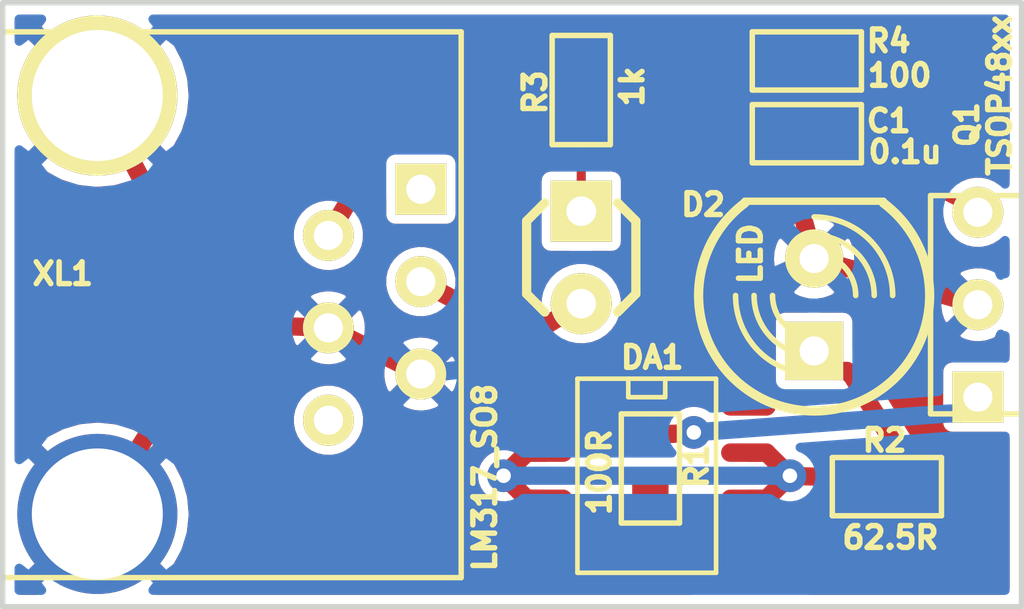
<source format=kicad_pcb>
(kicad_pcb (version 4) (host pcbnew "(after 2015-mar-04 BZR unknown)-product")

  (general
    (links 22)
    (no_connects 0)
    (area 150.55 83.55546 187.075001 100.875001)
    (thickness 1.6)
    (drawings 4)
    (tracks 97)
    (zones 0)
    (modules 10)
    (nets 8)
  )

  (page A4)
  (layers
    (0 F.Cu signal hide)
    (31 B.Cu signal hide)
    (37 F.SilkS user)
    (38 B.Mask user)
    (39 F.Mask user)
    (44 Edge.Cuts user)
  )

  (setup
    (last_trace_width 0.25)
    (trace_clearance 0.2)
    (zone_clearance 0.25)
    (zone_45_only no)
    (trace_min 0.2)
    (segment_width 0.2)
    (edge_width 0.15)
    (via_size 0.9)
    (via_drill 0.4)
    (via_min_size 0.4)
    (via_min_drill 0.3)
    (uvia_size 0.3)
    (uvia_drill 0.1)
    (uvias_allowed no)
    (uvia_min_size 0.2)
    (uvia_min_drill 0.1)
    (pcb_text_width 0.3)
    (pcb_text_size 1.5 1.5)
    (mod_edge_width 0.15)
    (mod_text_size 1 1)
    (mod_text_width 0.15)
    (pad_size 1.524 1.524)
    (pad_drill 0.762)
    (pad_to_mask_clearance 0.1)
    (aux_axis_origin 0 0)
    (visible_elements 7FFFFF7F)
    (pcbplotparams
      (layerselection 0x010e0_80000001)
      (usegerberextensions false)
      (excludeedgelayer true)
      (linewidth 0.100000)
      (plotframeref false)
      (viasonmask false)
      (mode 1)
      (useauxorigin false)
      (hpglpennumber 1)
      (hpglpenspeed 20)
      (hpglpendiameter 15)
      (hpglpenoverlay 2)
      (psnegative false)
      (psa4output false)
      (plotreference true)
      (plotvalue true)
      (plotinvisibletext false)
      (padsonsilk false)
      (subtractmaskfromsilk false)
      (outputformat 1)
      (mirror false)
      (drillshape 0)
      (scaleselection 1)
      (outputdirectory Gerber/))
  )

  (net 0 "")
  (net 1 "Net-(C1-Pad1)")
  (net 2 GND)
  (net 3 "Net-(D1-PadA)")
  (net 4 /LED_SNS)
  (net 5 "Net-(D2-PadA)")
  (net 6 "Net-(DA1-Pad2)")
  (net 7 +5V)

  (net_class Default "This is the default net class."
    (clearance 0.2)
    (trace_width 0.25)
    (via_dia 0.9)
    (via_drill 0.4)
    (uvia_dia 0.3)
    (uvia_drill 0.1)
    (add_net /LED_SNS)
    (add_net "Net-(C1-Pad1)")
    (add_net "Net-(D1-PadA)")
  )

  (net_class Wide ""
    (clearance 0.2)
    (trace_width 0.5)
    (via_dia 0.9)
    (via_drill 0.4)
    (uvia_dia 0.3)
    (uvia_drill 0.1)
    (add_net +5V)
    (add_net GND)
    (add_net "Net-(D2-PadA)")
    (add_net "Net-(DA1-Pad2)")
  )

  (module Capacitors:CAP_0603 (layer F.Cu) (tedit 553BE634) (tstamp 553BDEAA)
    (at 177.8 87.8 180)
    (path /553A0707)
    (attr smd)
    (fp_text reference C1 (at -2.25 0.35 180) (layer F.SilkS)
      (effects (font (size 0.6 0.6) (thickness 0.15)))
    )
    (fp_text value 0.1u (at -2.7 -0.5 180) (layer F.SilkS)
      (effects (font (size 0.6 0.6) (thickness 0.15)))
    )
    (fp_line (start -1.5 0) (end -1.5 -0.8) (layer F.SilkS) (width 0.15))
    (fp_line (start -1.5 -0.8) (end 1.5 -0.8) (layer F.SilkS) (width 0.15))
    (fp_line (start 1.5 -0.8) (end 1.5 0.8) (layer F.SilkS) (width 0.15))
    (fp_line (start 1.5 0.8) (end -1.5 0.8) (layer F.SilkS) (width 0.15))
    (fp_line (start -1.5 0.8) (end -1.5 0) (layer F.SilkS) (width 0.15))
    (pad 1 smd rect (at -0.762 0 180) (size 0.889 1.016) (layers F.Cu F.Mask)
      (net 1 "Net-(C1-Pad1)"))
    (pad 2 smd rect (at 0.762 0 180) (size 0.889 1.016) (layers F.Cu F.Mask)
      (net 2 GND))
    (model 3d\c_0603.wrl
      (at (xyz 0 0 0))
      (scale (xyz 1 1 1))
      (rotate (xyz 0 0 0))
    )
  )

  (module LEDs:Through-Hole-3mm (layer F.Cu) (tedit 5539F861) (tstamp 553BDEB0)
    (at 171.6 91.2 270)
    (descr "LED 3mm - Lead pitch 100mil (2,54mm)")
    (tags "LED led 3mm 3MM 100mil 2,54mm")
    (path /553A0AB3)
    (attr virtual)
    (fp_text reference D1 (at 0 -2 270) (layer F.SilkS) hide
      (effects (font (size 0.6 0.6) (thickness 0.15)))
    )
    (fp_text value LED (at 0 2.1 270) (layer F.SilkS) hide
      (effects (font (size 0.6 0.6) (thickness 0.15)))
    )
    (fp_line (start -1.00076 1.50114) (end 1.00076 1.50114) (layer F.SilkS) (width 0.254))
    (fp_line (start 1.00076 1.50114) (end 1.50114 1.00076) (layer F.SilkS) (width 0.254))
    (fp_line (start -1.50114 1.00076) (end -1.00076 1.50114) (layer F.SilkS) (width 0.254))
    (fp_line (start 1.50114 -1.00076) (end 1.00076 -1.50114) (layer F.SilkS) (width 0.254))
    (fp_line (start 1.00076 -1.50114) (end -1.00076 -1.50114) (layer F.SilkS) (width 0.254))
    (fp_line (start -1.00076 -1.50114) (end -1.50114 -1.00076) (layer F.SilkS) (width 0.254))
    (pad A thru_hole rect (at -1.27 0 270) (size 1.6764 1.6764) (drill 0.8128) (layers *.Cu *.Mask F.SilkS)
      (net 3 "Net-(D1-PadA)"))
    (pad C thru_hole circle (at 1.27 0 270) (size 1.6764 1.6764) (drill 0.8128) (layers *.Cu *.Mask F.SilkS)
      (net 4 /LED_SNS))
    (model 3d\Indicatros&Leds\led_3mm_clear.wrl
      (at (xyz 0 0 0))
      (scale (xyz 1 1 1))
      (rotate (xyz 0 0 0))
    )
  )

  (module LEDs:Through-Hole-5mm (layer F.Cu) (tedit 553BE64E) (tstamp 553BDEB6)
    (at 178 92.5 90)
    (descr "LED 5mm - Lead pitch 100mil (2,54mm)")
    (tags "LED led 5mm 5MM 100mil 2,54mm")
    (path /553A3765)
    (attr virtual)
    (fp_text reference D2 (at 2.75 -3.05 180) (layer F.SilkS)
      (effects (font (size 0.6 0.6) (thickness 0.15)))
    )
    (fp_text value LED (at 1.4 -1.75 90) (layer F.SilkS)
      (effects (font (size 0.59944 0.59944) (thickness 0.14986)))
    )
    (fp_line (start 2.8448 1.905) (end 2.8448 -1.905) (layer F.SilkS) (width 0.2032))
    (fp_arc (start 0.254 0) (end 2.794 1.905) (angle 286.2) (layer F.SilkS) (width 0.254))
    (fp_arc (start 0.254 0) (end -0.889 0) (angle 90) (layer F.SilkS) (width 0.1524))
    (fp_arc (start 0.254 0) (end 1.397 0) (angle 90) (layer F.SilkS) (width 0.1524))
    (fp_arc (start 0.254 0) (end -1.397 0) (angle 90) (layer F.SilkS) (width 0.1524))
    (fp_arc (start 0.254 0) (end 1.905 0) (angle 90) (layer F.SilkS) (width 0.1524))
    (fp_arc (start 0.254 0) (end -1.905 0) (angle 90) (layer F.SilkS) (width 0.1524))
    (fp_arc (start 0.254 0) (end 2.413 0) (angle 90) (layer F.SilkS) (width 0.1524))
    (pad A thru_hole rect (at -1.27 0 90) (size 1.6 1.6) (drill 0.8) (layers *.Cu *.Mask F.SilkS)
      (net 5 "Net-(D2-PadA)"))
    (pad C thru_hole circle (at 1.27 0 90) (size 1.6 1.6) (drill 0.8) (layers *.Cu *.Mask F.SilkS)
      (net 2 GND))
    (model discret/leds/led5_vertical_verde.wrl
      (at (xyz 0 0 0))
      (scale (xyz 1 1 1))
      (rotate (xyz 0 0 0))
    )
  )

  (module SO_DIL_TSSOP:SO8 (layer F.Cu) (tedit 553BE67C) (tstamp 553BDEC2)
    (at 173.4 97.2 270)
    (descr "module CMS SOJ 8 pins etroit")
    (tags "CMS SOJ")
    (path /545F7A39)
    (attr smd)
    (fp_text reference DA1 (at -3.25 -0.15 360) (layer F.SilkS)
      (effects (font (size 0.6 0.6) (thickness 0.15)))
    )
    (fp_text value LM317_SO8 (at 0.05 4.45 450) (layer F.SilkS)
      (effects (font (size 0.6 0.6) (thickness 0.15)))
    )
    (fp_line (start -2.667 1.778) (end -2.667 1.905) (layer F.SilkS) (width 0.127))
    (fp_line (start -2.667 1.905) (end 2.667 1.905) (layer F.SilkS) (width 0.127))
    (fp_line (start 2.667 -1.905) (end -2.667 -1.905) (layer F.SilkS) (width 0.127))
    (fp_line (start -2.667 -1.905) (end -2.667 1.778) (layer F.SilkS) (width 0.127))
    (fp_line (start -2.667 -0.508) (end -2.159 -0.508) (layer F.SilkS) (width 0.127))
    (fp_line (start -2.159 -0.508) (end -2.159 0.508) (layer F.SilkS) (width 0.127))
    (fp_line (start -2.159 0.508) (end -2.667 0.508) (layer F.SilkS) (width 0.127))
    (fp_line (start 2.667 -1.905) (end 2.667 1.905) (layer F.SilkS) (width 0.127))
    (pad 8 smd oval (at -1.905 -2.794 270) (size 0.508 1.50114) (layers F.Cu F.Mask))
    (pad 1 smd rect (at -1.905 2.794 270) (size 0.508 1.50114) (layers F.Cu F.Mask)
      (net 4 /LED_SNS))
    (pad 7 smd oval (at -0.635 -2.794 270) (size 0.508 1.50114) (layers F.Cu F.Mask)
      (net 6 "Net-(DA1-Pad2)"))
    (pad 6 smd oval (at 0.635 -2.794 270) (size 0.508 1.50114) (layers F.Cu F.Mask)
      (net 6 "Net-(DA1-Pad2)"))
    (pad 5 smd oval (at 1.905 -2.794 270) (size 0.508 1.50114) (layers F.Cu F.Mask))
    (pad 2 smd oval (at -0.635 2.794 270) (size 0.508 1.50114) (layers F.Cu F.Mask)
      (net 6 "Net-(DA1-Pad2)"))
    (pad 3 smd oval (at 0.635 2.794 270) (size 0.508 1.50114) (layers F.Cu F.Mask)
      (net 6 "Net-(DA1-Pad2)"))
    (pad 4 smd oval (at 1.905 2.794 270) (size 0.508 1.50114) (layers F.Cu F.Mask)
      (net 5 "Net-(D2-PadA)"))
    (model smd/cms_so8.wrl
      (at (xyz 0 0 0))
      (scale (xyz 0.5 0.32 0.5))
      (rotate (xyz 0 0 0))
    )
  )

  (module Resistors:RES_0603 (layer F.Cu) (tedit 551BC51A) (tstamp 553BDED8)
    (at 173.5 97 270)
    (path /545F7C8F)
    (attr smd)
    (fp_text reference R1 (at -0.0635 -1.27 270) (layer F.SilkS)
      (effects (font (size 0.6 0.6) (thickness 0.15)))
    )
    (fp_text value 100R (at 0.09906 1.39954 270) (layer F.SilkS)
      (effects (font (size 0.6 0.6) (thickness 0.15)))
    )
    (fp_line (start -1.5 0) (end -1.5 -0.8) (layer F.SilkS) (width 0.15))
    (fp_line (start -1.5 -0.8) (end 1.5 -0.8) (layer F.SilkS) (width 0.15))
    (fp_line (start 1.5 -0.8) (end 1.5 0.8) (layer F.SilkS) (width 0.15))
    (fp_line (start 1.5 0.8) (end -1.5 0.8) (layer F.SilkS) (width 0.15))
    (fp_line (start -1.5 0.8) (end -1.5 0) (layer F.SilkS) (width 0.15))
    (pad 1 smd rect (at -0.75 0 270) (size 0.9 1) (layers F.Cu F.Mask)
      (net 4 /LED_SNS))
    (pad 2 smd rect (at 0.75 0 270) (size 0.9 1) (layers F.Cu F.Mask)
      (net 5 "Net-(D2-PadA)"))
    (model 3d\r_0603.wrl
      (at (xyz 0 0 0))
      (scale (xyz 1 1 1))
      (rotate (xyz 0 0 0))
    )
  )

  (module Resistors:RES_0603 (layer F.Cu) (tedit 551BC51A) (tstamp 553BDEDE)
    (at 180 97.5)
    (path /545F7B44)
    (attr smd)
    (fp_text reference R2 (at -0.0635 -1.27) (layer F.SilkS)
      (effects (font (size 0.6 0.6) (thickness 0.15)))
    )
    (fp_text value 62.5R (at 0.09906 1.39954) (layer F.SilkS)
      (effects (font (size 0.6 0.6) (thickness 0.15)))
    )
    (fp_line (start -1.5 0) (end -1.5 -0.8) (layer F.SilkS) (width 0.15))
    (fp_line (start -1.5 -0.8) (end 1.5 -0.8) (layer F.SilkS) (width 0.15))
    (fp_line (start 1.5 -0.8) (end 1.5 0.8) (layer F.SilkS) (width 0.15))
    (fp_line (start 1.5 0.8) (end -1.5 0.8) (layer F.SilkS) (width 0.15))
    (fp_line (start -1.5 0.8) (end -1.5 0) (layer F.SilkS) (width 0.15))
    (pad 1 smd rect (at -0.75 0) (size 0.9 1) (layers F.Cu F.Mask)
      (net 6 "Net-(DA1-Pad2)"))
    (pad 2 smd rect (at 0.75 0) (size 0.9 1) (layers F.Cu F.Mask)
      (net 5 "Net-(D2-PadA)"))
    (model 3d\r_0603.wrl
      (at (xyz 0 0 0))
      (scale (xyz 1 1 1))
      (rotate (xyz 0 0 0))
    )
  )

  (module Resistors:RES_0603 (layer F.Cu) (tedit 551BC51A) (tstamp 553BDEE4)
    (at 171.6 86.6 90)
    (path /553A0B81)
    (attr smd)
    (fp_text reference R3 (at -0.0635 -1.27 90) (layer F.SilkS)
      (effects (font (size 0.6 0.6) (thickness 0.15)))
    )
    (fp_text value 1k (at 0.09906 1.39954 90) (layer F.SilkS)
      (effects (font (size 0.6 0.6) (thickness 0.15)))
    )
    (fp_line (start -1.5 0) (end -1.5 -0.8) (layer F.SilkS) (width 0.15))
    (fp_line (start -1.5 -0.8) (end 1.5 -0.8) (layer F.SilkS) (width 0.15))
    (fp_line (start 1.5 -0.8) (end 1.5 0.8) (layer F.SilkS) (width 0.15))
    (fp_line (start 1.5 0.8) (end -1.5 0.8) (layer F.SilkS) (width 0.15))
    (fp_line (start -1.5 0.8) (end -1.5 0) (layer F.SilkS) (width 0.15))
    (pad 1 smd rect (at -0.75 0 90) (size 0.9 1) (layers F.Cu F.Mask)
      (net 3 "Net-(D1-PadA)"))
    (pad 2 smd rect (at 0.75 0 90) (size 0.9 1) (layers F.Cu F.Mask)
      (net 7 +5V))
    (model 3d\r_0603.wrl
      (at (xyz 0 0 0))
      (scale (xyz 1 1 1))
      (rotate (xyz 0 0 0))
    )
  )

  (module Resistors:RES_0603 (layer F.Cu) (tedit 553BE631) (tstamp 553BDEEA)
    (at 177.8 85.8 180)
    (path /553A06BF)
    (attr smd)
    (fp_text reference R4 (at -2.25 0.55 180) (layer F.SilkS)
      (effects (font (size 0.6 0.6) (thickness 0.15)))
    )
    (fp_text value 100 (at -2.55 -0.4 180) (layer F.SilkS)
      (effects (font (size 0.6 0.6) (thickness 0.15)))
    )
    (fp_line (start -1.5 0) (end -1.5 -0.8) (layer F.SilkS) (width 0.15))
    (fp_line (start -1.5 -0.8) (end 1.5 -0.8) (layer F.SilkS) (width 0.15))
    (fp_line (start 1.5 -0.8) (end 1.5 0.8) (layer F.SilkS) (width 0.15))
    (fp_line (start 1.5 0.8) (end -1.5 0.8) (layer F.SilkS) (width 0.15))
    (fp_line (start -1.5 0.8) (end -1.5 0) (layer F.SilkS) (width 0.15))
    (pad 1 smd rect (at -0.75 0 180) (size 0.9 1) (layers F.Cu F.Mask)
      (net 1 "Net-(C1-Pad1)"))
    (pad 2 smd rect (at 0.75 0 180) (size 0.9 1) (layers F.Cu F.Mask)
      (net 7 +5V))
    (model 3d\r_0603.wrl
      (at (xyz 0 0 0))
      (scale (xyz 1 1 1))
      (rotate (xyz 0 0 0))
    )
  )

  (module Connectors:RJ11_TJ6_6P6C (layer F.Cu) (tedit 553BE622) (tstamp 553BDEF6)
    (at 151 92.5)
    (path /5539FB4F)
    (fp_text reference XL1 (at 6.35 -0.85) (layer F.SilkS)
      (effects (font (size 0.6 0.6) (thickness 0.15)))
    )
    (fp_text value RJ11 (at 2.0955 1.016) (layer F.SilkS) hide
      (effects (font (size 0.6 0.6) (thickness 0.15)))
    )
    (fp_line (start 17.3 0) (end 17.3 -7.5) (layer F.SilkS) (width 0.15))
    (fp_line (start 17.3 -7.5) (end 0 -7.5) (layer F.SilkS) (width 0.15))
    (fp_line (start 0 -7.5) (end 0 7.5) (layer F.SilkS) (width 0.15))
    (fp_line (start 0 7.5) (end 17.3 7.5) (layer F.SilkS) (width 0.15))
    (fp_line (start 17.29994 7.50062) (end 17.29994 0) (layer F.SilkS) (width 0.14986))
    (pad H thru_hole circle (at 7.3 -5.75) (size 4.4 4.4) (drill 3.6) (layers *.Cu *.Mask F.SilkS)
      (net 2 GND))
    (pad H thru_hole circle (at 7.3 5.75) (size 4.4 4.4) (drill 3.6) (layers *.Cu *.Mask)
      (net 2 GND))
    (pad 3 thru_hole circle (at 16.18996 -0.635) (size 1.4 1.4) (drill 0.8) (layers *.Cu *.Mask F.SilkS)
      (net 4 /LED_SNS))
    (pad 4 thru_hole circle (at 13.64996 0.635) (size 1.4 1.4) (drill 0.8) (layers *.Cu *.Mask F.SilkS)
      (net 2 GND))
    (pad 5 thru_hole circle (at 16.18996 1.905) (size 1.4 1.4) (drill 0.8) (layers *.Cu *.Mask F.SilkS)
      (net 2 GND))
    (pad 2 thru_hole circle (at 13.64996 -1.905) (size 1.4 1.4) (drill 0.8) (layers *.Cu *.Mask F.SilkS)
      (net 7 +5V))
    (pad 1 thru_hole rect (at 16.1925 -3.175) (size 1.4 1.4) (drill 0.8) (layers *.Cu *.Mask F.SilkS))
    (pad 6 thru_hole circle (at 13.6525 3.175) (size 1.4 1.4) (drill 0.8) (layers *.Cu *.Mask F.SilkS))
  )

  (module Sensors:TSOP48xx (layer F.Cu) (tedit 553BE655) (tstamp 553BDFA1)
    (at 182.5 92.5 90)
    (path /553A0599)
    (fp_text reference Q1 (at 4.95 -0.3 90) (layer F.SilkS)
      (effects (font (size 0.6 0.6) (thickness 0.15)))
    )
    (fp_text value TSOP48xx (at 5.75 0.6 90) (layer F.SilkS)
      (effects (font (size 0.6 0.6) (thickness 0.15)))
    )
    (fp_line (start -3 1.8) (end 3 1.8) (layer F.SilkS) (width 0.15))
    (fp_arc (start 0 1.8) (end 0 4.3) (angle 90) (layer F.SilkS) (width 0.15))
    (fp_arc (start 0 1.8) (end 2.5 1.8) (angle 90) (layer F.SilkS) (width 0.15))
    (fp_line (start -3 0) (end -3 -1.3) (layer F.SilkS) (width 0.15))
    (fp_line (start -3 -1.3) (end 3 -1.3) (layer F.SilkS) (width 0.15))
    (fp_line (start 3 -1.3) (end 3 0) (layer F.SilkS) (width 0.15))
    (fp_line (start 3 0) (end 3 2.8) (layer F.SilkS) (width 0.15))
    (fp_line (start 3 2.8) (end -3 2.8) (layer F.SilkS) (width 0.15))
    (fp_line (start -3 2.8) (end -3 0) (layer F.SilkS) (width 0.15))
    (pad 2 thru_hole circle (at 0 0 90) (size 1.4 1.4) (drill 0.8) (layers *.Cu *.Mask F.SilkS)
      (net 2 GND))
    (pad 3 thru_hole circle (at 2.54 0 90) (size 1.4 1.4) (drill 0.8) (layers *.Cu *.Mask F.SilkS)
      (net 1 "Net-(C1-Pad1)"))
    (pad 1 thru_hole rect (at -2.54 0 90) (size 1.4 1.4) (drill 0.8) (layers *.Cu *.Mask F.SilkS)
      (net 4 /LED_SNS))
  )

  (gr_line (start 155.7 100.8) (end 155.7 84.2) (angle 90) (layer Edge.Cuts) (width 0.15))
  (gr_line (start 183.7 100.8) (end 155.7 100.8) (angle 90) (layer Edge.Cuts) (width 0.15))
  (gr_line (start 183.7 84.2) (end 183.7 100.8) (angle 90) (layer Edge.Cuts) (width 0.15))
  (gr_line (start 155.7 84.2) (end 183.7 84.2) (angle 90) (layer Edge.Cuts) (width 0.15))

  (segment (start 179.0583 88.1829) (end 182.5 89.96) (width 0.25) (layer F.Cu) (net 1))
  (segment (start 179.0065 88.1829) (end 179.0583 88.1829) (width 0.25) (layer F.Cu) (net 1))
  (segment (start 178.8815 88.1829) (end 179.0065 88.1829) (width 0.25) (layer F.Cu) (net 1))
  (segment (start 178.562 87.8) (end 178.8815 88.1829) (width 0.25) (layer F.Cu) (net 1))
  (segment (start 178.556 87.417) (end 178.562 87.8) (width 0.25) (layer F.Cu) (net 1))
  (segment (start 178.556 87.292) (end 178.556 87.417) (width 0.25) (layer F.Cu) (net 1))
  (segment (start 178.556 86.3) (end 178.556 87.292) (width 0.25) (layer F.Cu) (net 1))
  (segment (start 178.556 86.175) (end 178.556 86.3) (width 0.25) (layer F.Cu) (net 1))
  (segment (start 178.55 85.8) (end 178.556 86.175) (width 0.25) (layer F.Cu) (net 1))
  (segment (start 172.1474 93.8583) (end 167.19 94.405) (width 0.5) (layer B.Cu) (net 2))
  (segment (start 172.1946 93.8388) (end 172.1474 93.8583) (width 0.5) (layer B.Cu) (net 2))
  (segment (start 178 91.23) (end 172.1946 93.8388) (width 0.5) (layer B.Cu) (net 2))
  (segment (start 164.65 93.135) (end 167.19 94.405) (width 0.5) (layer F.Cu) (net 2))
  (segment (start 161.5997 93.0163) (end 164.65 93.135) (width 0.5) (layer F.Cu) (net 2))
  (segment (start 161.5997 93.0163) (end 158.3 98.25) (width 0.5) (layer F.Cu) (net 2))
  (segment (start 158.3 86.75) (end 161.5997 93.0163) (width 0.5) (layer F.Cu) (net 2))
  (segment (start 178 91.23) (end 182.5 92.5) (width 0.5) (layer F.Cu) (net 2))
  (segment (start 177.2325 88.4116) (end 178 91.23) (width 0.5) (layer F.Cu) (net 2))
  (segment (start 177.2325 88.308) (end 177.2325 88.4116) (width 0.5) (layer F.Cu) (net 2))
  (segment (start 177.2325 88.058) (end 177.2325 88.308) (width 0.5) (layer F.Cu) (net 2))
  (segment (start 177.038 87.8) (end 177.2325 88.058) (width 0.5) (layer F.Cu) (net 2))
  (segment (start 171.6 89.2168) (end 171.6 89.93) (width 0.25) (layer F.Cu) (net 3))
  (segment (start 171.6 89.0918) (end 171.6 89.2168) (width 0.25) (layer F.Cu) (net 3))
  (segment (start 171.6 87.8) (end 171.6 89.0918) (width 0.25) (layer F.Cu) (net 3))
  (segment (start 171.6 87.675) (end 171.6 87.8) (width 0.25) (layer F.Cu) (net 3))
  (segment (start 171.6 87.35) (end 171.6 87.675) (width 0.25) (layer F.Cu) (net 3))
  (via (at 174.6939 96.0093) (size 0.9) (layers F.Cu B.Cu) (net 4))
  (segment (start 181.6964 95.49) (end 174.6939 96.0093) (width 0.5) (layer B.Cu) (net 4))
  (segment (start 181.8 95.49) (end 181.6964 95.49) (width 0.5) (layer B.Cu) (net 4))
  (segment (start 182.05 95.49) (end 181.8 95.49) (width 0.5) (layer B.Cu) (net 4))
  (segment (start 182.5 95.04) (end 182.05 95.49) (width 0.5) (layer B.Cu) (net 4))
  (segment (start 173.75 96.05) (end 173.5 96.25) (width 0.5) (layer F.Cu) (net 4))
  (segment (start 174 96.05) (end 173.75 96.05) (width 0.5) (layer F.Cu) (net 4))
  (segment (start 174.1036 96.05) (end 174 96.05) (width 0.5) (layer F.Cu) (net 4))
  (segment (start 174.6939 96.0093) (end 174.1036 96.05) (width 0.5) (layer F.Cu) (net 4))
  (segment (start 173.25 96.05) (end 173.5 96.25) (width 0.5) (layer F.Cu) (net 4))
  (segment (start 173 96.05) (end 173.25 96.05) (width 0.5) (layer F.Cu) (net 4))
  (segment (start 172.8964 96.05) (end 173 96.05) (width 0.5) (layer F.Cu) (net 4))
  (segment (start 171.4602 95.299) (end 172.8964 96.05) (width 0.5) (layer F.Cu) (net 4))
  (segment (start 171.3566 95.299) (end 171.4602 95.299) (width 0.5) (layer F.Cu) (net 4))
  (segment (start 171.1066 95.299) (end 171.3566 95.299) (width 0.5) (layer F.Cu) (net 4))
  (segment (start 170.606 95.295) (end 171.1066 95.299) (width 0.5) (layer F.Cu) (net 4))
  (segment (start 170.1054 95.291) (end 170.606 95.295) (width 0.5) (layer F.Cu) (net 4))
  (segment (start 170.1054 95.041) (end 170.1054 95.291) (width 0.5) (layer F.Cu) (net 4))
  (segment (start 170.1054 94.9374) (end 170.1054 95.041) (width 0.5) (layer F.Cu) (net 4))
  (segment (start 170.0602 93.4172) (end 170.1054 94.9374) (width 0.5) (layer F.Cu) (net 4))
  (segment (start 167.19 91.865) (end 170.0602 93.4172) (width 0.5) (layer F.Cu) (net 4))
  (segment (start 170.0602 93.4172) (end 171.6 92.47) (width 0.5) (layer F.Cu) (net 4))
  (segment (start 180.55 97.75) (end 180.75 97.5) (width 0.5) (layer F.Cu) (net 5))
  (segment (start 180.55 98) (end 180.55 97.75) (width 0.5) (layer F.Cu) (net 5))
  (segment (start 180.55 98.1036) (end 180.55 98) (width 0.5) (layer F.Cu) (net 5))
  (segment (start 180.4036 98.25) (end 180.55 98.1036) (width 0.5) (layer F.Cu) (net 5))
  (segment (start 179.9279 98.5501) (end 180.4036 98.25) (width 0.5) (layer F.Cu) (net 5))
  (segment (start 177.0237 99.9091) (end 179.9279 98.5501) (width 0.5) (layer F.Cu) (net 5))
  (segment (start 176.3575 99.9091) (end 177.0237 99.9091) (width 0.5) (layer F.Cu) (net 5))
  (segment (start 175.3643 99.9091) (end 176.3575 99.9091) (width 0.5) (layer F.Cu) (net 5))
  (segment (start 173.189 98.6486) (end 175.3643 99.9091) (width 0.5) (layer F.Cu) (net 5))
  (segment (start 171.1026 99.105) (end 170.606 99.105) (width 0.5) (layer F.Cu) (net 5))
  (segment (start 173.1867 98.6508) (end 171.1026 99.105) (width 0.5) (layer F.Cu) (net 5))
  (segment (start 173.189 98.6486) (end 173.1867 98.6508) (width 0.5) (layer F.Cu) (net 5))
  (segment (start 173.25 98.2) (end 173.189 98.6486) (width 0.5) (layer F.Cu) (net 5))
  (segment (start 173.25 97.95) (end 173.25 98.2) (width 0.5) (layer F.Cu) (net 5))
  (segment (start 173.5 97.75) (end 173.25 97.95) (width 0.5) (layer F.Cu) (net 5))
  (segment (start 178.55 94.32) (end 178 93.77) (width 0.5) (layer F.Cu) (net 5))
  (segment (start 178.8 94.32) (end 178.55 94.32) (width 0.5) (layer F.Cu) (net 5))
  (segment (start 178.9036 94.32) (end 178.8 94.32) (width 0.5) (layer F.Cu) (net 5))
  (segment (start 179.05 94.4664) (end 178.9036 94.32) (width 0.5) (layer F.Cu) (net 5))
  (segment (start 180.55 96.8964) (end 179.05 94.4664) (width 0.5) (layer F.Cu) (net 5))
  (segment (start 180.55 97) (end 180.55 96.8964) (width 0.5) (layer F.Cu) (net 5))
  (segment (start 180.55 97.25) (end 180.55 97) (width 0.5) (layer F.Cu) (net 5))
  (segment (start 180.75 97.5) (end 180.55 97.25) (width 0.5) (layer F.Cu) (net 5))
  (via (at 169.4658 97.2) (size 0.9) (layers F.Cu B.Cu) (net 6))
  (via (at 177.3342 97.2) (size 0.9) (layers F.Cu B.Cu) (net 6))
  (segment (start 169.4658 97.2) (end 177.3342 97.2) (width 0.5) (layer B.Cu) (net 6))
  (segment (start 170.1094 97.835) (end 169.4658 97.2) (width 0.5) (layer F.Cu) (net 6))
  (segment (start 170.606 97.835) (end 170.1094 97.835) (width 0.5) (layer F.Cu) (net 6))
  (segment (start 176.6906 96.565) (end 176.194 96.565) (width 0.5) (layer F.Cu) (net 6))
  (segment (start 177.3342 97.2) (end 176.6906 96.565) (width 0.5) (layer F.Cu) (net 6))
  (segment (start 170.1094 96.565) (end 169.4658 97.2) (width 0.5) (layer F.Cu) (net 6))
  (segment (start 170.606 96.565) (end 170.1094 96.565) (width 0.5) (layer F.Cu) (net 6))
  (segment (start 179.05 97.25) (end 179.25 97.5) (width 0.5) (layer F.Cu) (net 6))
  (segment (start 178.8 97.25) (end 179.05 97.25) (width 0.5) (layer F.Cu) (net 6))
  (segment (start 178.6964 97.25) (end 178.8 97.25) (width 0.5) (layer F.Cu) (net 6))
  (segment (start 177.3342 97.2) (end 178.6964 97.25) (width 0.5) (layer F.Cu) (net 6))
  (segment (start 176.6906 97.835) (end 177.3342 97.2) (width 0.5) (layer F.Cu) (net 6))
  (segment (start 176.194 97.835) (end 176.6906 97.835) (width 0.5) (layer F.Cu) (net 6))
  (segment (start 176.85 85.825) (end 177.05 85.8) (width 0.5) (layer F.Cu) (net 7))
  (segment (start 176.6 85.825) (end 176.85 85.825) (width 0.5) (layer F.Cu) (net 7))
  (segment (start 172.1 85.825) (end 176.6 85.825) (width 0.5) (layer F.Cu) (net 7))
  (segment (start 171.85 85.825) (end 172.1 85.825) (width 0.5) (layer F.Cu) (net 7))
  (segment (start 171.6 85.85) (end 171.85 85.825) (width 0.5) (layer F.Cu) (net 7))
  (segment (start 171.35 86.05) (end 171.6 85.85) (width 0.5) (layer F.Cu) (net 7))
  (segment (start 171.1 86.05) (end 171.35 86.05) (width 0.5) (layer F.Cu) (net 7))
  (segment (start 170.9964 86.05) (end 171.1 86.05) (width 0.5) (layer F.Cu) (net 7))
  (segment (start 166.2646 88.0749) (end 170.9964 86.05) (width 0.5) (layer F.Cu) (net 7))
  (segment (start 165.9424 88.3971) (end 166.2646 88.0749) (width 0.5) (layer F.Cu) (net 7))
  (segment (start 164.65 90.595) (end 165.9424 88.3971) (width 0.5) (layer F.Cu) (net 7))

  (zone (net 2) (net_name GND) (layer F.Cu) (tstamp 553BE514) (hatch edge 0.508)
    (connect_pads (clearance 0.25))
    (min_thickness 0.4)
    (fill yes (arc_segments 32) (thermal_gap 0.3) (thermal_bridge_width 0.508))
    (polygon
      (pts
        (xy 155.8 84.2) (xy 183.6 84.2) (xy 183.6 100.8) (xy 155.8 100.8)
      )
    )
    (filled_polygon
      (pts
        (xy 183.175 89.028084) (xy 183.049614 88.94351) (xy 182.84171 88.856115) (xy 182.620789 88.810766) (xy 182.395268 88.809192)
        (xy 182.173736 88.851451) (xy 181.964632 88.935935) (xy 181.878783 88.992112) (xy 179.458677 87.742505) (xy 179.458677 87.292)
        (xy 179.452742 87.218977) (xy 179.41485 87.097797) (xy 179.344763 86.991929) (xy 179.248006 86.909718) (xy 179.132209 86.857648)
        (xy 179.131 86.857476) (xy 179.131 86.728113) (xy 179.194203 86.70835) (xy 179.300071 86.638263) (xy 179.382282 86.541506)
        (xy 179.434352 86.425709) (xy 179.452177 86.3) (xy 179.452177 85.3) (xy 179.446242 85.226977) (xy 179.40835 85.105797)
        (xy 179.338263 84.999929) (xy 179.241506 84.917718) (xy 179.125709 84.865648) (xy 179 84.847823) (xy 178.1 84.847823)
        (xy 178.026977 84.853758) (xy 177.905797 84.89165) (xy 177.799929 84.961737) (xy 177.797155 84.965001) (xy 177.741506 84.917718)
        (xy 177.625709 84.865648) (xy 177.5 84.847823) (xy 176.6 84.847823) (xy 176.526977 84.853758) (xy 176.405797 84.89165)
        (xy 176.299929 84.961737) (xy 176.217718 85.058494) (xy 176.187812 85.125) (xy 172.45486 85.125) (xy 172.438263 85.099929)
        (xy 172.341506 85.017718) (xy 172.225709 84.965648) (xy 172.1 84.947823) (xy 171.1 84.947823) (xy 171.026977 84.953758)
        (xy 170.905797 84.99165) (xy 170.799929 85.061737) (xy 170.717718 85.158494) (xy 170.665648 85.274291) (xy 170.647823 85.4)
        (xy 170.647823 85.437766) (xy 165.989203 87.43135) (xy 165.936603 87.460228) (xy 165.883353 87.487831) (xy 165.876802 87.49306)
        (xy 165.869448 87.497098) (xy 165.823459 87.535643) (xy 165.776585 87.573062) (xy 165.769626 87.579925) (xy 165.447425 87.902125)
        (xy 165.43753 87.91417) (xy 165.425945 87.924582) (xy 165.394254 87.966856) (xy 165.360711 88.007693) (xy 165.353349 88.021422)
        (xy 165.344001 88.033893) (xy 165.338988 88.042284) (xy 164.510779 89.450763) (xy 164.323696 89.486451) (xy 164.114592 89.570935)
        (xy 163.925879 89.694425) (xy 163.764747 89.852218) (xy 163.637332 90.038303) (xy 163.548487 90.245592) (xy 163.501598 90.466191)
        (xy 163.498449 90.691695) (xy 163.539161 90.913517) (xy 163.622182 91.123206) (xy 163.744352 91.312776) (xy 163.901016 91.475006)
        (xy 164.086207 91.603717) (xy 164.292871 91.694007) (xy 164.513137 91.742435) (xy 164.738614 91.747158) (xy 164.960714 91.707996)
        (xy 165.170978 91.62644) (xy 165.361396 91.505597) (xy 165.524716 91.350069) (xy 165.654717 91.165781) (xy 165.746447 90.959753)
        (xy 165.796412 90.739831) (xy 165.800009 90.482237) (xy 165.756204 90.261005) (xy 165.715917 90.163263) (xy 166.040323 89.611568)
        (xy 166.040323 90.025) (xy 166.046258 90.098023) (xy 166.08415 90.219203) (xy 166.154237 90.325071) (xy 166.250994 90.407282)
        (xy 166.366791 90.459352) (xy 166.4925 90.477177) (xy 167.8925 90.477177) (xy 167.965523 90.471242) (xy 168.086703 90.43335)
        (xy 168.192571 90.363263) (xy 168.274782 90.266506) (xy 168.326852 90.150709) (xy 168.344677 90.025) (xy 168.344677 88.625)
        (xy 168.338742 88.551977) (xy 168.30085 88.430797) (xy 168.230763 88.324929) (xy 168.134006 88.242718) (xy 168.018209 88.190648)
        (xy 167.8925 88.172823) (xy 167.815021 88.172823) (xy 170.647823 86.960569) (xy 170.647823 87.8) (xy 170.653758 87.873023)
        (xy 170.69165 87.994203) (xy 170.761737 88.100071) (xy 170.858494 88.182282) (xy 170.974291 88.234352) (xy 171.025 88.241542)
        (xy 171.025 88.639623) (xy 170.7618 88.639623) (xy 170.688777 88.645558) (xy 170.567597 88.68345) (xy 170.461729 88.753537)
        (xy 170.379518 88.850294) (xy 170.327448 88.966091) (xy 170.309623 89.0918) (xy 170.309623 90.7682) (xy 170.315558 90.841223)
        (xy 170.35345 90.962403) (xy 170.423537 91.068271) (xy 170.520294 91.150482) (xy 170.636091 91.202552) (xy 170.7618 91.220377)
        (xy 171.275705 91.220377) (xy 171.234528 91.228232) (xy 171.000294 91.322869) (xy 170.788903 91.461199) (xy 170.608407 91.637955)
        (xy 170.46568 91.846402) (xy 170.366159 92.078602) (xy 170.313634 92.325711) (xy 170.312031 92.440448) (xy 170.037679 92.609215)
        (xy 168.326455 91.683787) (xy 168.296204 91.531005) (xy 168.210262 91.322496) (xy 168.085458 91.13465) (xy 167.926544 90.974623)
        (xy 167.739574 90.84851) (xy 167.53167 90.761115) (xy 167.310749 90.715766) (xy 167.085228 90.714192) (xy 166.863696 90.756451)
        (xy 166.654592 90.840935) (xy 166.465879 90.964425) (xy 166.304747 91.122218) (xy 166.177332 91.308303) (xy 166.088487 91.515592)
        (xy 166.041598 91.736191) (xy 166.038449 91.961695) (xy 166.079161 92.183517) (xy 166.162182 92.393206) (xy 166.284352 92.582776)
        (xy 166.441016 92.745006) (xy 166.626207 92.873717) (xy 166.832871 92.964007) (xy 167.053137 93.012435) (xy 167.278614 93.017158)
        (xy 167.500714 92.977996) (xy 167.661326 92.915698) (xy 169.372494 93.841095) (xy 169.4054 94.947811) (xy 169.4054 95.025858)
        (xy 169.403253 95.041) (xy 169.403253 95.549) (xy 169.409188 95.622023) (xy 169.44708 95.743203) (xy 169.517167 95.849071)
        (xy 169.613924 95.931282) (xy 169.716402 95.977363) (xy 169.714033 95.978623) (xy 169.607559 96.065462) (xy 169.556627 96.127027)
        (xy 169.381503 96.299811) (xy 169.210463 96.33244) (xy 169.046816 96.398557) (xy 168.899128 96.495202) (xy 168.773024 96.618692)
        (xy 168.673308 96.764324) (xy 168.603777 96.92655) (xy 168.567081 97.099193) (xy 168.564617 97.275674) (xy 168.596478 97.449274)
        (xy 168.661452 97.613379) (xy 168.757063 97.761738) (xy 168.87967 97.888701) (xy 169.024602 97.989431) (xy 169.186339 98.060093)
        (xy 169.358721 98.097993) (xy 169.379724 98.098433) (xy 169.557171 98.273509) (xy 169.600632 98.327563) (xy 169.705884 98.41588)
        (xy 169.804895 98.470311) (xy 169.714033 98.518623) (xy 169.607559 98.605462) (xy 169.519979 98.711328) (xy 169.454629 98.832189)
        (xy 169.414 98.963441) (xy 169.399638 99.100085) (xy 169.412091 99.236916) (xy 169.450884 99.368723) (xy 169.514539 99.490485)
        (xy 169.600632 99.597563) (xy 169.705884 99.68588) (xy 169.826286 99.752071) (xy 169.957251 99.793616) (xy 170.093792 99.808931)
        (xy 170.103621 99.809) (xy 171.108379 99.809) (xy 171.24512 99.795592) (xy 171.307295 99.77682) (xy 173.075002 99.391573)
        (xy 174.59957 100.275) (xy 168.395748 100.275) (xy 168.395748 94.398333) (xy 168.371279 94.163224) (xy 168.301412 93.937406)
        (xy 168.196239 93.740643) (xy 167.991434 93.679893) (xy 167.915067 93.75626) (xy 167.915067 93.603526) (xy 167.854317 93.398721)
        (xy 167.645236 93.288447) (xy 167.418659 93.221081) (xy 167.183293 93.199212) (xy 166.948184 93.223681) (xy 166.722366 93.293548)
        (xy 166.525603 93.398721) (xy 166.464853 93.603526) (xy 167.18996 94.328632) (xy 167.915067 93.603526) (xy 167.915067 93.75626)
        (xy 167.266328 94.405) (xy 167.991434 95.130107) (xy 168.196239 95.069357) (xy 168.306513 94.860276) (xy 168.373879 94.633699)
        (xy 168.395748 94.398333) (xy 168.395748 100.275) (xy 167.915067 100.275) (xy 167.915067 95.206474) (xy 167.18996 94.481368)
        (xy 167.113592 94.557735) (xy 167.113592 94.405) (xy 166.388486 93.679893) (xy 166.183681 93.740643) (xy 166.073407 93.949724)
        (xy 166.006041 94.176301) (xy 165.984172 94.411667) (xy 166.008641 94.646776) (xy 166.078508 94.872594) (xy 166.183681 95.069357)
        (xy 166.388486 95.130107) (xy 167.113592 94.405) (xy 167.113592 94.557735) (xy 166.464853 95.206474) (xy 166.525603 95.411279)
        (xy 166.734684 95.521553) (xy 166.961261 95.588919) (xy 167.196627 95.610788) (xy 167.431736 95.586319) (xy 167.657554 95.516452)
        (xy 167.854317 95.411279) (xy 167.915067 95.206474) (xy 167.915067 100.275) (xy 165.855748 100.275) (xy 165.855748 93.128333)
        (xy 165.831279 92.893224) (xy 165.761412 92.667406) (xy 165.656239 92.470643) (xy 165.451434 92.409893) (xy 165.375067 92.48626)
        (xy 165.375067 92.333526) (xy 165.314317 92.128721) (xy 165.105236 92.018447) (xy 164.878659 91.951081) (xy 164.643293 91.929212)
        (xy 164.408184 91.953681) (xy 164.182366 92.023548) (xy 163.985603 92.128721) (xy 163.924853 92.333526) (xy 164.64996 93.058632)
        (xy 165.375067 92.333526) (xy 165.375067 92.48626) (xy 164.726328 93.135) (xy 165.451434 93.860107) (xy 165.656239 93.799357)
        (xy 165.766513 93.590276) (xy 165.833879 93.363699) (xy 165.855748 93.128333) (xy 165.855748 100.275) (xy 165.802549 100.275)
        (xy 165.802549 95.562237) (xy 165.758744 95.341005) (xy 165.672802 95.132496) (xy 165.547998 94.94465) (xy 165.389084 94.784623)
        (xy 165.375067 94.775168) (xy 165.375067 93.936474) (xy 164.64996 93.211368) (xy 164.573592 93.287735) (xy 164.573592 93.135)
        (xy 163.848486 92.409893) (xy 163.643681 92.470643) (xy 163.533407 92.679724) (xy 163.466041 92.906301) (xy 163.444172 93.141667)
        (xy 163.468641 93.376776) (xy 163.538508 93.602594) (xy 163.643681 93.799357) (xy 163.848486 93.860107) (xy 164.573592 93.135)
        (xy 164.573592 93.287735) (xy 163.924853 93.936474) (xy 163.985603 94.141279) (xy 164.194684 94.251553) (xy 164.421261 94.318919)
        (xy 164.656627 94.340788) (xy 164.891736 94.316319) (xy 165.117554 94.246452) (xy 165.314317 94.141279) (xy 165.375067 93.936474)
        (xy 165.375067 94.775168) (xy 165.202114 94.65851) (xy 164.99421 94.571115) (xy 164.773289 94.525766) (xy 164.547768 94.524192)
        (xy 164.326236 94.566451) (xy 164.117132 94.650935) (xy 163.928419 94.774425) (xy 163.767287 94.932218) (xy 163.639872 95.118303)
        (xy 163.551027 95.325592) (xy 163.504138 95.546191) (xy 163.500989 95.771695) (xy 163.541701 95.993517) (xy 163.624722 96.203206)
        (xy 163.746892 96.392776) (xy 163.903556 96.555006) (xy 164.088747 96.683717) (xy 164.295411 96.774007) (xy 164.515677 96.822435)
        (xy 164.741154 96.827158) (xy 164.963254 96.787996) (xy 165.173518 96.70644) (xy 165.363936 96.585597) (xy 165.527256 96.430069)
        (xy 165.657257 96.245781) (xy 165.748987 96.039753) (xy 165.798952 95.819831) (xy 165.802549 95.562237) (xy 165.802549 100.275)
        (xy 161.012556 100.275) (xy 161.012556 98.302535) (xy 161.012556 86.802535) (xy 160.970684 86.272332) (xy 160.82618 85.760486)
        (xy 160.584596 85.286667) (xy 160.526221 85.199304) (xy 160.167823 84.958544) (xy 158.376368 86.75) (xy 160.167823 88.541456)
        (xy 160.526221 88.300696) (xy 160.78597 87.836586) (xy 160.950186 87.330719) (xy 161.012556 86.802535) (xy 161.012556 98.302535)
        (xy 160.970684 97.772332) (xy 160.82618 97.260486) (xy 160.584596 96.786667) (xy 160.526221 96.699304) (xy 160.167823 96.458544)
        (xy 160.091456 96.534911) (xy 160.091456 96.382177) (xy 160.091456 88.617823) (xy 158.3 86.826368) (xy 156.508544 88.617823)
        (xy 156.749304 88.976221) (xy 157.213414 89.23597) (xy 157.719281 89.400186) (xy 158.247465 89.462556) (xy 158.777668 89.420684)
        (xy 159.289514 89.27618) (xy 159.763333 89.034596) (xy 159.850696 88.976221) (xy 160.091456 88.617823) (xy 160.091456 96.382177)
        (xy 159.850696 96.023779) (xy 159.386586 95.76403) (xy 158.880719 95.599814) (xy 158.352535 95.537444) (xy 157.822332 95.579316)
        (xy 157.310486 95.72382) (xy 156.836667 95.965404) (xy 156.749304 96.023779) (xy 156.508544 96.382177) (xy 158.3 98.173632)
        (xy 160.091456 96.382177) (xy 160.091456 96.534911) (xy 158.376368 98.25) (xy 160.167823 100.041456) (xy 160.526221 99.800696)
        (xy 160.78597 99.336586) (xy 160.950186 98.830719) (xy 161.012556 98.302535) (xy 161.012556 100.275) (xy 159.985869 100.275)
        (xy 160.091456 100.117823) (xy 158.3 98.326368) (xy 156.508544 100.117823) (xy 156.61413 100.275) (xy 156.225 100.275)
        (xy 156.225 99.902281) (xy 156.432177 100.041456) (xy 158.223632 98.25) (xy 156.432177 96.458544) (xy 156.225 96.597718)
        (xy 156.225 88.402281) (xy 156.432177 88.541456) (xy 158.223632 86.75) (xy 156.432177 84.958544) (xy 156.225 85.097718)
        (xy 156.225 84.725) (xy 156.61413 84.725) (xy 156.508544 84.882177) (xy 158.3 86.673632) (xy 160.091456 84.882177)
        (xy 159.985869 84.725) (xy 183.175 84.725) (xy 183.175 89.028084)
      )
    )
    (filled_polygon
      (pts
        (xy 183.175 100.275) (xy 177.893355 100.275) (xy 180.224584 99.184118) (xy 180.258058 99.16426) (xy 180.293088 99.147292)
        (xy 180.301391 99.142134) (xy 180.77709 98.842035) (xy 180.780744 98.839195) (xy 180.784847 98.837069) (xy 180.83462 98.797335)
        (xy 180.884971 98.758215) (xy 180.888002 98.754721) (xy 180.891615 98.751838) (xy 180.898575 98.744975) (xy 181.044975 98.598575)
        (xy 181.08604 98.54858) (xy 181.127579 98.499077) (xy 181.129351 98.495852) (xy 181.131689 98.493007) (xy 181.153581 98.452177)
        (xy 181.2 98.452177) (xy 181.273023 98.446242) (xy 181.394203 98.40835) (xy 181.500071 98.338263) (xy 181.582282 98.241506)
        (xy 181.634352 98.125709) (xy 181.652177 98) (xy 181.652177 97) (xy 181.646242 96.926977) (xy 181.60835 96.805797)
        (xy 181.538263 96.699929) (xy 181.441506 96.617718) (xy 181.325709 96.565648) (xy 181.2 96.547823) (xy 181.155814 96.547823)
        (xy 181.150732 96.537065) (xy 181.145656 96.528712) (xy 179.645655 94.098712) (xy 179.640775 94.092303) (xy 179.637069 94.085153)
        (xy 179.599447 94.038025) (xy 179.562894 93.990017) (xy 179.55686 93.984676) (xy 179.551838 93.978385) (xy 179.544975 93.971425)
        (xy 179.398575 93.825025) (xy 179.34858 93.783959) (xy 179.306287 93.74847) (xy 179.306287 91.227283) (xy 179.280657 90.972491)
        (xy 179.205812 90.727595) (xy 179.087648 90.506525) (xy 178.872609 90.433759) (xy 178.796241 90.510127) (xy 178.796241 90.357391)
        (xy 178.723475 90.142352) (xy 178.497384 90.022108) (xy 178.252178 89.948283) (xy 177.997283 89.923713) (xy 177.742491 89.949343)
        (xy 177.497595 90.024188) (xy 177.276525 90.142352) (xy 177.203759 90.357391) (xy 178 91.153632) (xy 178.796241 90.357391)
        (xy 178.796241 90.510127) (xy 178.076368 91.23) (xy 178.872609 92.026241) (xy 179.087648 91.953475) (xy 179.207892 91.727384)
        (xy 179.281717 91.482178) (xy 179.306287 91.227283) (xy 179.306287 93.74847) (xy 179.299077 93.742421) (xy 179.295852 93.740648)
        (xy 179.293007 93.738311) (xy 179.252177 93.716418) (xy 179.252177 92.97) (xy 179.246242 92.896977) (xy 179.20835 92.775797)
        (xy 179.138263 92.669929) (xy 179.041506 92.587718) (xy 178.925709 92.535648) (xy 178.8 92.517823) (xy 178.18627 92.517823)
        (xy 178.257509 92.510657) (xy 178.502405 92.435812) (xy 178.723475 92.317648) (xy 178.796241 92.102609) (xy 178 91.306368)
        (xy 177.923632 91.382736) (xy 177.923632 91.23) (xy 177.127391 90.433759) (xy 176.984 90.48228) (xy 176.984 88.683)
        (xy 176.984 87.854) (xy 176.984 87.746) (xy 176.984 86.917) (xy 176.859 86.792) (xy 176.544254 86.792)
        (xy 176.447655 86.811215) (xy 176.356661 86.848906) (xy 176.274768 86.903625) (xy 176.205124 86.973269) (xy 176.150406 87.055161)
        (xy 176.112715 87.146156) (xy 176.0935 87.242755) (xy 176.0935 87.341246) (xy 176.0935 87.621) (xy 176.2185 87.746)
        (xy 176.984 87.746) (xy 176.984 87.854) (xy 176.2185 87.854) (xy 176.0935 87.979) (xy 176.0935 88.258754)
        (xy 176.0935 88.357245) (xy 176.112715 88.453844) (xy 176.150406 88.544839) (xy 176.205124 88.626731) (xy 176.274768 88.696375)
        (xy 176.356661 88.751094) (xy 176.447655 88.788785) (xy 176.544254 88.808) (xy 176.859 88.808) (xy 176.984 88.683)
        (xy 176.984 90.48228) (xy 176.912352 90.506525) (xy 176.792108 90.732616) (xy 176.718283 90.977822) (xy 176.693713 91.232717)
        (xy 176.719343 91.487509) (xy 176.794188 91.732405) (xy 176.912352 91.953475) (xy 177.127391 92.026241) (xy 177.923632 91.23)
        (xy 177.923632 91.382736) (xy 177.203759 92.102609) (xy 177.276525 92.317648) (xy 177.502616 92.437892) (xy 177.747822 92.511717)
        (xy 177.811167 92.517823) (xy 177.2 92.517823) (xy 177.126977 92.523758) (xy 177.005797 92.56165) (xy 176.899929 92.631737)
        (xy 176.817718 92.728494) (xy 176.765648 92.844291) (xy 176.747823 92.97) (xy 176.747823 94.57) (xy 176.749934 94.595973)
        (xy 176.706208 94.591069) (xy 176.696379 94.591) (xy 175.691621 94.591) (xy 175.55488 94.604408) (xy 175.423347 94.64412)
        (xy 175.302033 94.708623) (xy 175.195559 94.795462) (xy 175.107979 94.901328) (xy 175.042629 95.022189) (xy 175.002 95.153441)
        (xy 175.001089 95.162104) (xy 174.961325 95.145389) (xy 174.788431 95.109899) (xy 174.611936 95.108667) (xy 174.438563 95.14174)
        (xy 174.274916 95.207857) (xy 174.127228 95.304502) (xy 174.080863 95.349905) (xy 174.079498 95.35) (xy 174.015353 95.35)
        (xy 174 95.347823) (xy 173.064208 95.347823) (xy 171.784566 94.678688) (xy 171.759576 94.668588) (xy 171.735959 94.655605)
        (xy 171.696392 94.643053) (xy 171.657903 94.627499) (xy 171.631426 94.622445) (xy 171.605738 94.614297) (xy 171.564486 94.609669)
        (xy 171.523709 94.601887) (xy 171.496759 94.602072) (xy 171.469974 94.599068) (xy 171.4602 94.599) (xy 171.428342 94.599)
        (xy 171.35657 94.588823) (xy 170.795345 94.588823) (xy 170.771927 93.801222) (xy 171.044887 93.633312) (xy 171.199998 93.701079)
        (xy 171.446734 93.755327) (xy 171.699308 93.760618) (xy 171.948099 93.716749) (xy 172.183631 93.625393) (xy 172.396933 93.490027)
        (xy 172.579879 93.315809) (xy 172.725503 93.109375) (xy 172.828256 92.878587) (xy 172.884226 92.632235) (xy 172.888255 92.343685)
        (xy 172.839186 92.095868) (xy 172.742917 91.862301) (xy 172.603114 91.65188) (xy 172.425103 91.472622) (xy 172.215664 91.331354)
        (xy 171.982774 91.233456) (xy 171.919057 91.220377) (xy 172.4382 91.220377) (xy 172.511223 91.214442) (xy 172.632403 91.17655)
        (xy 172.738271 91.106463) (xy 172.820482 91.009706) (xy 172.872552 90.893909) (xy 172.890377 90.7682) (xy 172.890377 89.0918)
        (xy 172.884442 89.018777) (xy 172.84655 88.897597) (xy 172.776463 88.791729) (xy 172.679706 88.709518) (xy 172.563909 88.657448)
        (xy 172.4382 88.639623) (xy 172.175 88.639623) (xy 172.175 88.245623) (xy 172.294203 88.20835) (xy 172.400071 88.138263)
        (xy 172.482282 88.041506) (xy 172.534352 87.925709) (xy 172.552177 87.8) (xy 172.552177 86.9) (xy 172.546242 86.826977)
        (xy 172.50835 86.705797) (xy 172.438263 86.599929) (xy 172.434998 86.597155) (xy 172.482282 86.541506) (xy 172.489704 86.525)
        (xy 176.212038 86.525) (xy 176.261737 86.600071) (xy 176.358494 86.682282) (xy 176.474291 86.734352) (xy 176.6 86.752177)
        (xy 177.5 86.752177) (xy 177.573023 86.746242) (xy 177.694203 86.70835) (xy 177.800071 86.638263) (xy 177.802844 86.634998)
        (xy 177.858494 86.682282) (xy 177.974291 86.734352) (xy 177.981 86.735303) (xy 177.981 86.865606) (xy 177.923297 86.88365)
        (xy 177.837834 86.940227) (xy 177.801232 86.903625) (xy 177.719339 86.848906) (xy 177.628345 86.811215) (xy 177.531746 86.792)
        (xy 177.217 86.792) (xy 177.092 86.917) (xy 177.092 87.746) (xy 177.112 87.746) (xy 177.112 87.854)
        (xy 177.092 87.854) (xy 177.092 88.683) (xy 177.217 88.808) (xy 177.531746 88.808) (xy 177.628345 88.788785)
        (xy 177.719339 88.751094) (xy 177.801232 88.696375) (xy 177.838868 88.658738) (xy 177.875994 88.690282) (xy 177.991791 88.742352)
        (xy 178.1175 88.760177) (xy 178.923022 88.760177) (xy 181.349101 90.012867) (xy 181.348489 90.056695) (xy 181.389201 90.278517)
        (xy 181.472222 90.488206) (xy 181.594392 90.677776) (xy 181.751056 90.840006) (xy 181.936247 90.968717) (xy 182.142911 91.059007)
        (xy 182.363177 91.107435) (xy 182.588654 91.112158) (xy 182.810754 91.072996) (xy 183.021018 90.99144) (xy 183.175 90.89372)
        (xy 183.175 91.529601) (xy 183.164357 91.493721) (xy 182.955276 91.383447) (xy 182.728699 91.316081) (xy 182.493333 91.294212)
        (xy 182.258224 91.318681) (xy 182.032406 91.388548) (xy 181.835643 91.493721) (xy 181.774893 91.698526) (xy 182.5 92.423632)
        (xy 182.514142 92.40949) (xy 182.590509 92.485857) (xy 182.576368 92.5) (xy 182.59051 92.514142) (xy 182.514142 92.590509)
        (xy 182.5 92.576368) (xy 182.423632 92.652735) (xy 182.423632 92.5) (xy 181.698526 91.774893) (xy 181.493721 91.835643)
        (xy 181.383447 92.044724) (xy 181.316081 92.271301) (xy 181.294212 92.506667) (xy 181.318681 92.741776) (xy 181.388548 92.967594)
        (xy 181.493721 93.164357) (xy 181.698526 93.225107) (xy 182.423632 92.5) (xy 182.423632 92.652735) (xy 181.774893 93.301474)
        (xy 181.835643 93.506279) (xy 182.044724 93.616553) (xy 182.271301 93.683919) (xy 182.506667 93.705788) (xy 182.741776 93.681319)
        (xy 182.967594 93.611452) (xy 183.164357 93.506279) (xy 183.175 93.470398) (xy 183.175 93.887823) (xy 181.8 93.887823)
        (xy 181.726977 93.893758) (xy 181.605797 93.93165) (xy 181.499929 94.001737) (xy 181.417718 94.098494) (xy 181.365648 94.214291)
        (xy 181.347823 94.34) (xy 181.347823 95.74) (xy 181.353758 95.813023) (xy 181.39165 95.934203) (xy 181.461737 96.040071)
        (xy 181.558494 96.122282) (xy 181.674291 96.174352) (xy 181.8 96.192177) (xy 183.175 96.192177) (xy 183.175 100.275)
      )
    )
  )
  (zone (net 2) (net_name GND) (layer B.Cu) (tstamp 553BE52F) (hatch edge 0.508)
    (connect_pads (clearance 0.25))
    (min_thickness 0.254)
    (fill yes (arc_segments 32) (thermal_gap 0.3) (thermal_bridge_width 0.508))
    (polygon
      (pts
        (xy 155.8 100.8) (xy 155.8 84.2) (xy 183.6 84.2) (xy 183.6 100.8)
      )
    )
    (filled_polygon
      (pts
        (xy 183.248 100.348) (xy 168.319388 100.348) (xy 168.319388 94.322277) (xy 168.281548 94.103526) (xy 168.271324 94.07698)
        (xy 168.271324 90.025) (xy 168.271324 88.625) (xy 168.266352 88.563823) (xy 168.234607 88.462301) (xy 168.175889 88.373607)
        (xy 168.094828 88.304733) (xy 167.997816 88.261109) (xy 167.8925 88.246176) (xy 166.4925 88.246176) (xy 166.431323 88.251148)
        (xy 166.329801 88.282893) (xy 166.241107 88.341611) (xy 166.172233 88.422672) (xy 166.128609 88.519684) (xy 166.113676 88.625)
        (xy 166.113676 90.025) (xy 166.118648 90.086177) (xy 166.150393 90.187699) (xy 166.209111 90.276393) (xy 166.290172 90.345267)
        (xy 166.387184 90.388891) (xy 166.4925 90.403824) (xy 167.8925 90.403824) (xy 167.953677 90.398852) (xy 168.055199 90.367107)
        (xy 168.143893 90.308389) (xy 168.212767 90.227328) (xy 168.256391 90.130316) (xy 168.271324 90.025) (xy 168.271324 94.07698)
        (xy 168.267006 94.065769) (xy 168.267006 91.759395) (xy 168.225982 91.552207) (xy 168.145496 91.356933) (xy 168.028613 91.181011)
        (xy 167.879787 91.031142) (xy 167.704686 90.913035) (xy 167.509979 90.831187) (xy 167.303082 90.788717) (xy 167.091876 90.787243)
        (xy 166.884407 90.82682) (xy 166.688576 90.905941) (xy 166.511842 91.021592) (xy 166.360938 91.169368) (xy 166.241611 91.343641)
        (xy 166.158407 91.537772) (xy 166.114493 91.744367) (xy 166.111544 91.955557) (xy 166.149672 92.163298) (xy 166.227424 92.359676)
        (xy 166.341838 92.537213) (xy 166.488558 92.689145) (xy 166.661993 92.809686) (xy 166.855538 92.894244) (xy 167.061822 92.939598)
        (xy 167.272986 92.944021) (xy 167.480988 92.907345) (xy 167.677905 92.830966) (xy 167.856236 92.717794) (xy 168.009188 92.572139)
        (xy 168.130937 92.399549) (xy 168.216844 92.206599) (xy 168.263637 92.000637) (xy 168.267006 91.759395) (xy 168.267006 94.065769)
        (xy 168.201758 93.89636) (xy 168.175003 93.846306) (xy 167.999463 93.775102) (xy 167.819858 93.954707) (xy 167.819858 93.595497)
        (xy 167.748654 93.419957) (xy 167.545747 93.329889) (xy 167.329167 93.281136) (xy 167.107237 93.275572) (xy 166.888486 93.313412)
        (xy 166.68132 93.393202) (xy 166.631266 93.419957) (xy 166.560062 93.595497) (xy 167.18996 94.225395) (xy 167.819858 93.595497)
        (xy 167.819858 93.954707) (xy 167.369565 94.405) (xy 167.999463 95.034898) (xy 168.175003 94.963694) (xy 168.265071 94.760787)
        (xy 168.313824 94.544207) (xy 168.319388 94.322277) (xy 168.319388 100.348) (xy 167.819858 100.348) (xy 167.819858 95.214503)
        (xy 167.18996 94.584605) (xy 167.010355 94.76421) (xy 167.010355 94.405) (xy 166.380457 93.775102) (xy 166.204917 93.846306)
        (xy 166.114849 94.049213) (xy 166.066096 94.265793) (xy 166.060532 94.487723) (xy 166.098372 94.706474) (xy 166.178162 94.91364)
        (xy 166.204917 94.963694) (xy 166.380457 95.034898) (xy 167.010355 94.405) (xy 167.010355 94.76421) (xy 166.560062 95.214503)
        (xy 166.631266 95.390043) (xy 166.834173 95.480111) (xy 167.050753 95.528864) (xy 167.272683 95.534428) (xy 167.491434 95.496588)
        (xy 167.6986 95.416798) (xy 167.748654 95.390043) (xy 167.819858 95.214503) (xy 167.819858 100.348) (xy 165.779388 100.348)
        (xy 165.779388 93.052277) (xy 165.741548 92.833526) (xy 165.727006 92.795769) (xy 165.727006 90.489395) (xy 165.685982 90.282207)
        (xy 165.605496 90.086933) (xy 165.488613 89.911011) (xy 165.339787 89.761142) (xy 165.164686 89.643035) (xy 164.969979 89.561187)
        (xy 164.763082 89.518717) (xy 164.551876 89.517243) (xy 164.344407 89.55682) (xy 164.148576 89.635941) (xy 163.971842 89.751592)
        (xy 163.820938 89.899368) (xy 163.701611 90.073641) (xy 163.618407 90.267772) (xy 163.574493 90.474367) (xy 163.571544 90.685557)
        (xy 163.609672 90.893298) (xy 163.687424 91.089676) (xy 163.801838 91.267213) (xy 163.948558 91.419145) (xy 164.121993 91.539686)
        (xy 164.315538 91.624244) (xy 164.521822 91.669598) (xy 164.732986 91.674021) (xy 164.940988 91.637345) (xy 165.137905 91.560966)
        (xy 165.316236 91.447794) (xy 165.469188 91.302139) (xy 165.590937 91.129549) (xy 165.676844 90.936599) (xy 165.723637 90.730637)
        (xy 165.727006 90.489395) (xy 165.727006 92.795769) (xy 165.661758 92.62636) (xy 165.635003 92.576306) (xy 165.459463 92.505102)
        (xy 165.279858 92.684707) (xy 165.279858 92.325497) (xy 165.208654 92.149957) (xy 165.005747 92.059889) (xy 164.789167 92.011136)
        (xy 164.567237 92.005572) (xy 164.348486 92.043412) (xy 164.14132 92.123202) (xy 164.091266 92.149957) (xy 164.020062 92.325497)
        (xy 164.64996 92.955395) (xy 165.279858 92.325497) (xy 165.279858 92.684707) (xy 164.829565 93.135) (xy 165.459463 93.764898)
        (xy 165.635003 93.693694) (xy 165.725071 93.490787) (xy 165.773824 93.274207) (xy 165.779388 93.052277) (xy 165.779388 100.348)
        (xy 165.729546 100.348) (xy 165.729546 95.569395) (xy 165.688522 95.362207) (xy 165.608036 95.166933) (xy 165.491153 94.991011)
        (xy 165.342327 94.841142) (xy 165.279858 94.799006) (xy 165.279858 93.944503) (xy 164.64996 93.314605) (xy 164.470355 93.49421)
        (xy 164.470355 93.135) (xy 163.840457 92.505102) (xy 163.664917 92.576306) (xy 163.574849 92.779213) (xy 163.526096 92.995793)
        (xy 163.520532 93.217723) (xy 163.558372 93.436474) (xy 163.638162 93.64364) (xy 163.664917 93.693694) (xy 163.840457 93.764898)
        (xy 164.470355 93.135) (xy 164.470355 93.49421) (xy 164.020062 93.944503) (xy 164.091266 94.120043) (xy 164.294173 94.210111)
        (xy 164.510753 94.258864) (xy 164.732683 94.264428) (xy 164.951434 94.226588) (xy 165.1586 94.146798) (xy 165.208654 94.120043)
        (xy 165.279858 93.944503) (xy 165.279858 94.799006) (xy 165.167226 94.723035) (xy 164.972519 94.641187) (xy 164.765622 94.598717)
        (xy 164.554416 94.597243) (xy 164.346947 94.63682) (xy 164.151116 94.715941) (xy 163.974382 94.831592) (xy 163.823478 94.979368)
        (xy 163.704151 95.153641) (xy 163.620947 95.347772) (xy 163.577033 95.554367) (xy 163.574084 95.765557) (xy 163.612212 95.973298)
        (xy 163.689964 96.169676) (xy 163.804378 96.347213) (xy 163.951098 96.499145) (xy 164.124533 96.619686) (xy 164.318078 96.704244)
        (xy 164.524362 96.749598) (xy 164.735526 96.754021) (xy 164.943528 96.717345) (xy 165.140445 96.640966) (xy 165.318776 96.527794)
        (xy 165.471728 96.382139) (xy 165.593477 96.209549) (xy 165.679384 96.016599) (xy 165.726177 95.810637) (xy 165.729546 95.569395)
        (xy 165.729546 100.348) (xy 160.939607 100.348) (xy 160.939607 98.226613) (xy 160.939607 86.726613) (xy 160.884325 86.212101)
        (xy 160.72973 85.71826) (xy 160.507746 85.302959) (xy 160.178624 85.050982) (xy 158.479605 86.75) (xy 160.178624 88.449018)
        (xy 160.507746 88.197041) (xy 160.747629 87.738527) (xy 160.893451 87.242024) (xy 160.939607 86.726613) (xy 160.939607 98.226613)
        (xy 160.884325 97.712101) (xy 160.72973 97.21826) (xy 160.507746 96.802959) (xy 160.178624 96.550982) (xy 159.999018 96.730587)
        (xy 159.999018 96.371376) (xy 159.999018 88.628624) (xy 158.3 86.929605) (xy 156.600982 88.628624) (xy 156.852959 88.957746)
        (xy 157.311473 89.197629) (xy 157.807976 89.343451) (xy 158.323387 89.389607) (xy 158.837899 89.334325) (xy 159.33174 89.17973)
        (xy 159.747041 88.957746) (xy 159.999018 88.628624) (xy 159.999018 96.371376) (xy 159.747041 96.042254) (xy 159.288527 95.802371)
        (xy 158.792024 95.656549) (xy 158.276613 95.610393) (xy 157.762101 95.665675) (xy 157.26826 95.82027) (xy 156.852959 96.042254)
        (xy 156.600982 96.371376) (xy 158.3 98.070395) (xy 159.999018 96.371376) (xy 159.999018 96.730587) (xy 158.479605 98.25)
        (xy 160.178624 99.949018) (xy 160.507746 99.697041) (xy 160.747629 99.238527) (xy 160.893451 98.742024) (xy 160.939607 98.226613)
        (xy 160.939607 100.348) (xy 159.831062 100.348) (xy 159.999018 100.128624) (xy 158.3 98.429605) (xy 156.600982 100.128624)
        (xy 156.768937 100.348) (xy 156.152 100.348) (xy 156.152 99.742782) (xy 156.421376 99.949018) (xy 158.120395 98.25)
        (xy 156.421376 96.550982) (xy 156.152 96.757217) (xy 156.152 88.242782) (xy 156.421376 88.449018) (xy 158.120395 86.75)
        (xy 156.421376 85.050982) (xy 156.152 85.257217) (xy 156.152 84.652) (xy 156.768937 84.652) (xy 156.600982 84.871376)
        (xy 158.3 86.570395) (xy 159.999018 84.871376) (xy 159.831062 84.652) (xy 183.248 84.652) (xy 183.248 89.184722)
        (xy 183.189827 89.126142) (xy 183.014726 89.008035) (xy 182.820019 88.926187) (xy 182.613122 88.883717) (xy 182.401916 88.882243)
        (xy 182.194447 88.92182) (xy 181.998616 89.000941) (xy 181.821882 89.116592) (xy 181.670978 89.264368) (xy 181.551651 89.438641)
        (xy 181.468447 89.632772) (xy 181.424533 89.839367) (xy 181.421584 90.050557) (xy 181.459712 90.258298) (xy 181.537464 90.454676)
        (xy 181.651878 90.632213) (xy 181.798598 90.784145) (xy 181.972033 90.904686) (xy 182.165578 90.989244) (xy 182.371862 91.034598)
        (xy 182.583026 91.039021) (xy 182.791028 91.002345) (xy 182.987945 90.925966) (xy 183.166276 90.812794) (xy 183.248 90.734968)
        (xy 183.248 91.647338) (xy 183.210527 91.609865) (xy 183.129897 91.690494) (xy 183.058694 91.514957) (xy 182.855787 91.424889)
        (xy 182.639207 91.376136) (xy 182.417277 91.370572) (xy 182.198526 91.408412) (xy 181.99136 91.488202) (xy 181.941306 91.514957)
        (xy 181.870102 91.690497) (xy 182.5 92.320395) (xy 182.514142 92.306252) (xy 182.693747 92.485857) (xy 182.679605 92.5)
        (xy 182.693747 92.514142) (xy 182.514142 92.693747) (xy 182.5 92.679605) (xy 182.320395 92.85921) (xy 182.320395 92.5)
        (xy 181.690497 91.870102) (xy 181.514957 91.941306) (xy 181.424889 92.144213) (xy 181.376136 92.360793) (xy 181.370572 92.582723)
        (xy 181.408412 92.801474) (xy 181.488202 93.00864) (xy 181.514957 93.058694) (xy 181.690497 93.129898) (xy 182.320395 92.5)
        (xy 182.320395 92.85921) (xy 181.870102 93.309503) (xy 181.941306 93.485043) (xy 182.144213 93.575111) (xy 182.360793 93.623864)
        (xy 182.582723 93.629428) (xy 182.801474 93.591588) (xy 183.00864 93.511798) (xy 183.058694 93.485043) (xy 183.129897 93.309505)
        (xy 183.129898 93.309506) (xy 183.210527 93.390135) (xy 183.248 93.352662) (xy 183.248 93.967982) (xy 183.2 93.961176)
        (xy 183.129898 93.961176) (xy 181.8 93.961176) (xy 181.738823 93.966148) (xy 181.637301 93.997893) (xy 181.548607 94.056611)
        (xy 181.479733 94.137672) (xy 181.436109 94.234684) (xy 181.421176 94.34) (xy 181.421176 94.881688) (xy 179.230419 95.044152)
        (xy 179.230419 91.151245) (xy 179.191412 90.912715) (xy 179.10662 90.686378) (xy 179.06681 90.611897) (xy 178.881057 90.528548)
        (xy 178.701452 90.708153) (xy 178.701452 90.348943) (xy 178.618103 90.16319) (xy 178.398101 90.063103) (xy 178.162801 90.007859)
        (xy 177.921245 89.999581) (xy 177.682715 90.038588) (xy 177.456378 90.12338) (xy 177.381897 90.16319) (xy 177.298548 90.348943)
        (xy 178 91.050395) (xy 178.701452 90.348943) (xy 178.701452 90.708153) (xy 178.179605 91.23) (xy 178.881057 91.931452)
        (xy 179.06681 91.848103) (xy 179.166897 91.628101) (xy 179.222141 91.392801) (xy 179.230419 91.151245) (xy 179.230419 95.044152)
        (xy 179.178824 95.047979) (xy 179.178824 94.57) (xy 179.178824 92.97) (xy 179.173852 92.908823) (xy 179.142107 92.807301)
        (xy 179.083389 92.718607) (xy 179.002328 92.649733) (xy 178.905316 92.606109) (xy 178.8 92.591176) (xy 178.701452 92.591176)
        (xy 178.701452 92.111057) (xy 178 91.409605) (xy 177.820395 91.58921) (xy 177.820395 91.23) (xy 177.118943 90.528548)
        (xy 176.93319 90.611897) (xy 176.833103 90.831899) (xy 176.777859 91.067199) (xy 176.769581 91.308755) (xy 176.808588 91.547285)
        (xy 176.89338 91.773622) (xy 176.93319 91.848103) (xy 177.118943 91.931452) (xy 177.820395 91.23) (xy 177.820395 91.58921)
        (xy 177.298548 92.111057) (xy 177.381897 92.29681) (xy 177.601899 92.396897) (xy 177.837199 92.452141) (xy 178.078755 92.460419)
        (xy 178.317285 92.421412) (xy 178.543622 92.33662) (xy 178.618103 92.29681) (xy 178.701452 92.111057) (xy 178.701452 92.591176)
        (xy 177.2 92.591176) (xy 177.138823 92.596148) (xy 177.037301 92.627893) (xy 176.948607 92.686611) (xy 176.879733 92.767672)
        (xy 176.836109 92.864684) (xy 176.821176 92.97) (xy 176.821176 94.57) (xy 176.826148 94.631177) (xy 176.857893 94.732699)
        (xy 176.916611 94.821393) (xy 176.997672 94.890267) (xy 177.094684 94.933891) (xy 177.2 94.948824) (xy 178.8 94.948824)
        (xy 178.861177 94.943852) (xy 178.962699 94.912107) (xy 179.051393 94.853389) (xy 179.120267 94.772328) (xy 179.163891 94.675316)
        (xy 179.178824 94.57) (xy 179.178824 95.047979) (xy 175.186591 95.34404) (xy 175.089144 95.278311) (xy 174.939634 95.215463)
        (xy 174.780763 95.182851) (xy 174.618584 95.181719) (xy 174.459274 95.212109) (xy 174.308901 95.272864) (xy 174.173192 95.361669)
        (xy 174.057316 95.475143) (xy 173.965688 95.608962) (xy 173.901798 95.75803) (xy 173.868078 95.916669) (xy 173.865813 96.078836)
        (xy 173.895091 96.238355) (xy 173.954794 96.389149) (xy 174.04265 96.525474) (xy 174.088545 96.573) (xy 172.817024 96.573)
        (xy 172.817024 90.7682) (xy 172.817024 89.0918) (xy 172.812052 89.030623) (xy 172.780307 88.929101) (xy 172.721589 88.840407)
        (xy 172.640528 88.771533) (xy 172.543516 88.727909) (xy 172.4382 88.712976) (xy 170.7618 88.712976) (xy 170.700623 88.717948)
        (xy 170.599101 88.749693) (xy 170.510407 88.808411) (xy 170.441533 88.889472) (xy 170.397909 88.986484) (xy 170.382976 89.0918)
        (xy 170.382976 90.7682) (xy 170.387948 90.829377) (xy 170.419693 90.930899) (xy 170.478411 91.019593) (xy 170.559472 91.088467)
        (xy 170.656484 91.132091) (xy 170.7618 91.147024) (xy 172.4382 91.147024) (xy 172.499377 91.142052) (xy 172.600899 91.110307)
        (xy 172.689593 91.051589) (xy 172.758467 90.970528) (xy 172.802091 90.873516) (xy 172.817024 90.7682) (xy 172.817024 96.573)
        (xy 172.815252 96.573) (xy 172.815252 92.350843) (xy 172.768964 92.117069) (xy 172.67815 91.896738) (xy 172.546269 91.698242)
        (xy 172.378346 91.529142) (xy 172.180775 91.395879) (xy 171.961083 91.303529) (xy 171.727638 91.255609) (xy 171.48933 91.253945)
        (xy 171.255238 91.298601) (xy 171.034278 91.387875) (xy 170.834867 91.518366) (xy 170.664598 91.685105) (xy 170.529959 91.88174)
        (xy 170.436078 92.100782) (xy 170.38653 92.333888) (xy 170.383202 92.572177) (xy 170.426223 92.806575) (xy 170.513951 93.028153)
        (xy 170.643048 93.228471) (xy 170.808594 93.399899) (xy 171.004284 93.535908) (xy 171.222666 93.631316) (xy 171.455419 93.68249)
        (xy 171.69368 93.687481) (xy 171.928373 93.646099) (xy 172.150558 93.559919) (xy 172.351772 93.432224) (xy 172.524352 93.267879)
        (xy 172.661723 93.073143) (xy 172.758654 92.855433) (xy 172.811451 92.623042) (xy 172.815252 92.350843) (xy 172.815252 96.573)
        (xy 170.008704 96.573) (xy 169.9955 96.559703) (xy 169.861044 96.469011) (xy 169.711534 96.406163) (xy 169.552663 96.373551)
        (xy 169.390484 96.372419) (xy 169.231174 96.402809) (xy 169.080801 96.463564) (xy 168.945092 96.552369) (xy 168.829216 96.665843)
        (xy 168.737588 96.799662) (xy 168.673698 96.94873) (xy 168.639978 97.107369) (xy 168.637713 97.269536) (xy 168.666991 97.429055)
        (xy 168.726694 97.579849) (xy 168.81455 97.716174) (xy 168.927212 97.832839) (xy 169.060388 97.925399) (xy 169.209007 97.990329)
        (xy 169.367406 98.025155) (xy 169.529554 98.028552) (xy 169.689273 98.000389) (xy 169.84048 97.94174) (xy 169.977415 97.854838)
        (xy 170.006647 97.827) (xy 176.789973 97.827) (xy 176.795612 97.832839) (xy 176.928788 97.925399) (xy 177.077407 97.990329)
        (xy 177.235806 98.025155) (xy 177.397954 98.028552) (xy 177.557673 98.000389) (xy 177.70888 97.94174) (xy 177.845815 97.854838)
        (xy 177.963264 97.742993) (xy 178.056751 97.610466) (xy 178.122717 97.462305) (xy 178.158648 97.304152) (xy 178.161235 97.118909)
        (xy 178.129733 96.959814) (xy 178.06793 96.809869) (xy 177.97818 96.674783) (xy 177.8639 96.559703) (xy 177.729444 96.469011)
        (xy 177.615994 96.421321) (xy 181.719617 96.117) (xy 181.787136 96.117) (xy 181.8 96.118824) (xy 183.2 96.118824)
        (xy 183.248 96.114922) (xy 183.248 100.348)
      )
    )
  )
)

</source>
